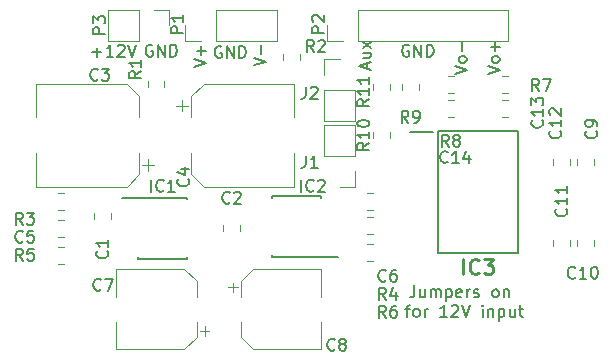
<source format=gbr>
G04 #@! TF.GenerationSoftware,KiCad,Pcbnew,(5.1.5)-2*
G04 #@! TF.CreationDate,2020-10-14T11:31:30+02:00*
G04 #@! TF.ProjectId,XLR_Driver,584c525f-4472-4697-9665-722e6b696361,rev?*
G04 #@! TF.SameCoordinates,Original*
G04 #@! TF.FileFunction,Legend,Top*
G04 #@! TF.FilePolarity,Positive*
%FSLAX46Y46*%
G04 Gerber Fmt 4.6, Leading zero omitted, Abs format (unit mm)*
G04 Created by KiCad (PCBNEW (5.1.5)-2) date 2020-10-14 11:31:30*
%MOMM*%
%LPD*%
G04 APERTURE LIST*
%ADD10C,0.150000*%
%ADD11C,0.200000*%
%ADD12C,0.120000*%
%ADD13C,0.254000*%
G04 APERTURE END LIST*
D10*
X134064904Y-64032380D02*
X134064904Y-64746666D01*
X134017285Y-64889523D01*
X133922047Y-64984761D01*
X133779190Y-65032380D01*
X133683952Y-65032380D01*
X134969666Y-64365714D02*
X134969666Y-65032380D01*
X134541095Y-64365714D02*
X134541095Y-64889523D01*
X134588714Y-64984761D01*
X134683952Y-65032380D01*
X134826809Y-65032380D01*
X134922047Y-64984761D01*
X134969666Y-64937142D01*
X135445857Y-65032380D02*
X135445857Y-64365714D01*
X135445857Y-64460952D02*
X135493476Y-64413333D01*
X135588714Y-64365714D01*
X135731571Y-64365714D01*
X135826809Y-64413333D01*
X135874428Y-64508571D01*
X135874428Y-65032380D01*
X135874428Y-64508571D02*
X135922047Y-64413333D01*
X136017285Y-64365714D01*
X136160142Y-64365714D01*
X136255380Y-64413333D01*
X136303000Y-64508571D01*
X136303000Y-65032380D01*
X136779190Y-64365714D02*
X136779190Y-65365714D01*
X136779190Y-64413333D02*
X136874428Y-64365714D01*
X137064904Y-64365714D01*
X137160142Y-64413333D01*
X137207761Y-64460952D01*
X137255380Y-64556190D01*
X137255380Y-64841904D01*
X137207761Y-64937142D01*
X137160142Y-64984761D01*
X137064904Y-65032380D01*
X136874428Y-65032380D01*
X136779190Y-64984761D01*
X138064904Y-64984761D02*
X137969666Y-65032380D01*
X137779190Y-65032380D01*
X137683952Y-64984761D01*
X137636333Y-64889523D01*
X137636333Y-64508571D01*
X137683952Y-64413333D01*
X137779190Y-64365714D01*
X137969666Y-64365714D01*
X138064904Y-64413333D01*
X138112523Y-64508571D01*
X138112523Y-64603809D01*
X137636333Y-64699047D01*
X138541095Y-65032380D02*
X138541095Y-64365714D01*
X138541095Y-64556190D02*
X138588714Y-64460952D01*
X138636333Y-64413333D01*
X138731571Y-64365714D01*
X138826809Y-64365714D01*
X139112523Y-64984761D02*
X139207761Y-65032380D01*
X139398238Y-65032380D01*
X139493476Y-64984761D01*
X139541095Y-64889523D01*
X139541095Y-64841904D01*
X139493476Y-64746666D01*
X139398238Y-64699047D01*
X139255380Y-64699047D01*
X139160142Y-64651428D01*
X139112523Y-64556190D01*
X139112523Y-64508571D01*
X139160142Y-64413333D01*
X139255380Y-64365714D01*
X139398238Y-64365714D01*
X139493476Y-64413333D01*
X140874428Y-65032380D02*
X140779190Y-64984761D01*
X140731571Y-64937142D01*
X140683952Y-64841904D01*
X140683952Y-64556190D01*
X140731571Y-64460952D01*
X140779190Y-64413333D01*
X140874428Y-64365714D01*
X141017285Y-64365714D01*
X141112523Y-64413333D01*
X141160142Y-64460952D01*
X141207761Y-64556190D01*
X141207761Y-64841904D01*
X141160142Y-64937142D01*
X141112523Y-64984761D01*
X141017285Y-65032380D01*
X140874428Y-65032380D01*
X141636333Y-64365714D02*
X141636333Y-65032380D01*
X141636333Y-64460952D02*
X141683952Y-64413333D01*
X141779190Y-64365714D01*
X141922047Y-64365714D01*
X142017285Y-64413333D01*
X142064904Y-64508571D01*
X142064904Y-65032380D01*
X133326809Y-66015714D02*
X133707761Y-66015714D01*
X133469666Y-66682380D02*
X133469666Y-65825238D01*
X133517285Y-65730000D01*
X133612523Y-65682380D01*
X133707761Y-65682380D01*
X134183952Y-66682380D02*
X134088714Y-66634761D01*
X134041095Y-66587142D01*
X133993476Y-66491904D01*
X133993476Y-66206190D01*
X134041095Y-66110952D01*
X134088714Y-66063333D01*
X134183952Y-66015714D01*
X134326809Y-66015714D01*
X134422047Y-66063333D01*
X134469666Y-66110952D01*
X134517285Y-66206190D01*
X134517285Y-66491904D01*
X134469666Y-66587142D01*
X134422047Y-66634761D01*
X134326809Y-66682380D01*
X134183952Y-66682380D01*
X134945857Y-66682380D02*
X134945857Y-66015714D01*
X134945857Y-66206190D02*
X134993476Y-66110952D01*
X135041095Y-66063333D01*
X135136333Y-66015714D01*
X135231571Y-66015714D01*
X136850619Y-66682380D02*
X136279190Y-66682380D01*
X136564904Y-66682380D02*
X136564904Y-65682380D01*
X136469666Y-65825238D01*
X136374428Y-65920476D01*
X136279190Y-65968095D01*
X137231571Y-65777619D02*
X137279190Y-65730000D01*
X137374428Y-65682380D01*
X137612523Y-65682380D01*
X137707761Y-65730000D01*
X137755380Y-65777619D01*
X137803000Y-65872857D01*
X137803000Y-65968095D01*
X137755380Y-66110952D01*
X137183952Y-66682380D01*
X137803000Y-66682380D01*
X138088714Y-65682380D02*
X138422047Y-66682380D01*
X138755380Y-65682380D01*
X139850619Y-66682380D02*
X139850619Y-66015714D01*
X139850619Y-65682380D02*
X139803000Y-65730000D01*
X139850619Y-65777619D01*
X139898238Y-65730000D01*
X139850619Y-65682380D01*
X139850619Y-65777619D01*
X140326809Y-66015714D02*
X140326809Y-66682380D01*
X140326809Y-66110952D02*
X140374428Y-66063333D01*
X140469666Y-66015714D01*
X140612523Y-66015714D01*
X140707761Y-66063333D01*
X140755380Y-66158571D01*
X140755380Y-66682380D01*
X141231571Y-66015714D02*
X141231571Y-67015714D01*
X141231571Y-66063333D02*
X141326809Y-66015714D01*
X141517285Y-66015714D01*
X141612523Y-66063333D01*
X141660142Y-66110952D01*
X141707761Y-66206190D01*
X141707761Y-66491904D01*
X141660142Y-66587142D01*
X141612523Y-66634761D01*
X141517285Y-66682380D01*
X141326809Y-66682380D01*
X141231571Y-66634761D01*
X142564904Y-66015714D02*
X142564904Y-66682380D01*
X142136333Y-66015714D02*
X142136333Y-66539523D01*
X142183952Y-66634761D01*
X142279190Y-66682380D01*
X142422047Y-66682380D01*
X142517285Y-66634761D01*
X142564904Y-66587142D01*
X142898238Y-66015714D02*
X143279190Y-66015714D01*
X143041095Y-65682380D02*
X143041095Y-66539523D01*
X143088714Y-66634761D01*
X143183952Y-66682380D01*
X143279190Y-66682380D01*
X133604095Y-43696000D02*
X133508857Y-43648380D01*
X133366000Y-43648380D01*
X133223142Y-43696000D01*
X133127904Y-43791238D01*
X133080285Y-43886476D01*
X133032666Y-44076952D01*
X133032666Y-44219809D01*
X133080285Y-44410285D01*
X133127904Y-44505523D01*
X133223142Y-44600761D01*
X133366000Y-44648380D01*
X133461238Y-44648380D01*
X133604095Y-44600761D01*
X133651714Y-44553142D01*
X133651714Y-44219809D01*
X133461238Y-44219809D01*
X134080285Y-44648380D02*
X134080285Y-43648380D01*
X134651714Y-44648380D01*
X134651714Y-43648380D01*
X135127904Y-44648380D02*
X135127904Y-43648380D01*
X135366000Y-43648380D01*
X135508857Y-43696000D01*
X135604095Y-43791238D01*
X135651714Y-43886476D01*
X135699333Y-44076952D01*
X135699333Y-44219809D01*
X135651714Y-44410285D01*
X135604095Y-44505523D01*
X135508857Y-44600761D01*
X135366000Y-44648380D01*
X135127904Y-44648380D01*
X130087666Y-45672238D02*
X130087666Y-45196047D01*
X130373380Y-45767476D02*
X129373380Y-45434142D01*
X130373380Y-45100809D01*
X129706714Y-44338904D02*
X130373380Y-44338904D01*
X129706714Y-44767476D02*
X130230523Y-44767476D01*
X130325761Y-44719857D01*
X130373380Y-44624619D01*
X130373380Y-44481761D01*
X130325761Y-44386523D01*
X130278142Y-44338904D01*
X130373380Y-43957952D02*
X129706714Y-43434142D01*
X129706714Y-43957952D02*
X130373380Y-43434142D01*
X137501380Y-46108761D02*
X138501380Y-45775428D01*
X137501380Y-45442095D01*
X138501380Y-44965904D02*
X138453761Y-45061142D01*
X138406142Y-45108761D01*
X138310904Y-45156380D01*
X138025190Y-45156380D01*
X137929952Y-45108761D01*
X137882333Y-45061142D01*
X137834714Y-44965904D01*
X137834714Y-44823047D01*
X137882333Y-44727809D01*
X137929952Y-44680190D01*
X138025190Y-44632571D01*
X138310904Y-44632571D01*
X138406142Y-44680190D01*
X138453761Y-44727809D01*
X138501380Y-44823047D01*
X138501380Y-44965904D01*
X138120428Y-44204000D02*
X138120428Y-43442095D01*
X140295380Y-46108761D02*
X141295380Y-45775428D01*
X140295380Y-45442095D01*
X141295380Y-44965904D02*
X141247761Y-45061142D01*
X141200142Y-45108761D01*
X141104904Y-45156380D01*
X140819190Y-45156380D01*
X140723952Y-45108761D01*
X140676333Y-45061142D01*
X140628714Y-44965904D01*
X140628714Y-44823047D01*
X140676333Y-44727809D01*
X140723952Y-44680190D01*
X140819190Y-44632571D01*
X141104904Y-44632571D01*
X141200142Y-44680190D01*
X141247761Y-44727809D01*
X141295380Y-44823047D01*
X141295380Y-44965904D01*
X140914428Y-44204000D02*
X140914428Y-43442095D01*
X141295380Y-43823047D02*
X140533476Y-43823047D01*
X106823095Y-44267428D02*
X107585000Y-44267428D01*
X107204047Y-44648380D02*
X107204047Y-43886476D01*
X108585000Y-44648380D02*
X108013571Y-44648380D01*
X108299285Y-44648380D02*
X108299285Y-43648380D01*
X108204047Y-43791238D01*
X108108809Y-43886476D01*
X108013571Y-43934095D01*
X108965952Y-43743619D02*
X109013571Y-43696000D01*
X109108809Y-43648380D01*
X109346904Y-43648380D01*
X109442142Y-43696000D01*
X109489761Y-43743619D01*
X109537380Y-43838857D01*
X109537380Y-43934095D01*
X109489761Y-44076952D01*
X108918333Y-44648380D01*
X109537380Y-44648380D01*
X109823095Y-43648380D02*
X110156428Y-44648380D01*
X110489761Y-43648380D01*
X111887095Y-43696000D02*
X111791857Y-43648380D01*
X111649000Y-43648380D01*
X111506142Y-43696000D01*
X111410904Y-43791238D01*
X111363285Y-43886476D01*
X111315666Y-44076952D01*
X111315666Y-44219809D01*
X111363285Y-44410285D01*
X111410904Y-44505523D01*
X111506142Y-44600761D01*
X111649000Y-44648380D01*
X111744238Y-44648380D01*
X111887095Y-44600761D01*
X111934714Y-44553142D01*
X111934714Y-44219809D01*
X111744238Y-44219809D01*
X112363285Y-44648380D02*
X112363285Y-43648380D01*
X112934714Y-44648380D01*
X112934714Y-43648380D01*
X113410904Y-44648380D02*
X113410904Y-43648380D01*
X113649000Y-43648380D01*
X113791857Y-43696000D01*
X113887095Y-43791238D01*
X113934714Y-43886476D01*
X113982333Y-44076952D01*
X113982333Y-44219809D01*
X113934714Y-44410285D01*
X113887095Y-44505523D01*
X113791857Y-44600761D01*
X113649000Y-44648380D01*
X113410904Y-44648380D01*
X117729095Y-43823000D02*
X117633857Y-43775380D01*
X117491000Y-43775380D01*
X117348142Y-43823000D01*
X117252904Y-43918238D01*
X117205285Y-44013476D01*
X117157666Y-44203952D01*
X117157666Y-44346809D01*
X117205285Y-44537285D01*
X117252904Y-44632523D01*
X117348142Y-44727761D01*
X117491000Y-44775380D01*
X117586238Y-44775380D01*
X117729095Y-44727761D01*
X117776714Y-44680142D01*
X117776714Y-44346809D01*
X117586238Y-44346809D01*
X118205285Y-44775380D02*
X118205285Y-43775380D01*
X118776714Y-44775380D01*
X118776714Y-43775380D01*
X119252904Y-44775380D02*
X119252904Y-43775380D01*
X119491000Y-43775380D01*
X119633857Y-43823000D01*
X119729095Y-43918238D01*
X119776714Y-44013476D01*
X119824333Y-44203952D01*
X119824333Y-44346809D01*
X119776714Y-44537285D01*
X119729095Y-44632523D01*
X119633857Y-44727761D01*
X119491000Y-44775380D01*
X119252904Y-44775380D01*
X120483380Y-45402380D02*
X121483380Y-45069047D01*
X120483380Y-44735714D01*
X121102428Y-44402380D02*
X121102428Y-43640476D01*
X115403380Y-45529380D02*
X116403380Y-45196047D01*
X115403380Y-44862714D01*
X116022428Y-44529380D02*
X116022428Y-43767476D01*
X116403380Y-44148428D02*
X115641476Y-44148428D01*
D11*
X133746000Y-51014000D02*
X135696000Y-51014000D01*
X136046000Y-61284000D02*
X136046000Y-50984000D01*
X142846000Y-61284000D02*
X136046000Y-61284000D01*
X142846000Y-50984000D02*
X142846000Y-61284000D01*
X136046000Y-50984000D02*
X142846000Y-50984000D01*
D12*
X108406000Y-57904748D02*
X108406000Y-58427252D01*
X106986000Y-57904748D02*
X106986000Y-58427252D01*
X117908000Y-58920748D02*
X117908000Y-59443252D01*
X119328000Y-58920748D02*
X119328000Y-59443252D01*
X104401252Y-59892000D02*
X103878748Y-59892000D01*
X104401252Y-58472000D02*
X103878748Y-58472000D01*
X130040748Y-57606000D02*
X130563252Y-57606000D01*
X130040748Y-56186000D02*
X130563252Y-56186000D01*
X147880000Y-53855252D02*
X147880000Y-53332748D01*
X149300000Y-53855252D02*
X149300000Y-53332748D01*
X149300000Y-60713252D02*
X149300000Y-60190748D01*
X147880000Y-60713252D02*
X147880000Y-60190748D01*
X145848000Y-60713252D02*
X145848000Y-60190748D01*
X147268000Y-60713252D02*
X147268000Y-60190748D01*
X147268000Y-53855252D02*
X147268000Y-53332748D01*
X145848000Y-53855252D02*
X145848000Y-53332748D01*
X141993252Y-49732000D02*
X141470748Y-49732000D01*
X141993252Y-48312000D02*
X141470748Y-48312000D01*
X137421252Y-48312000D02*
X136898748Y-48312000D01*
X137421252Y-49732000D02*
X136898748Y-49732000D01*
D10*
X110701000Y-56607000D02*
X110701000Y-56657000D01*
X114851000Y-56607000D02*
X114851000Y-56752000D01*
X114851000Y-61757000D02*
X114851000Y-61612000D01*
X110701000Y-61757000D02*
X110701000Y-61612000D01*
X110701000Y-56607000D02*
X114851000Y-56607000D01*
X110701000Y-61757000D02*
X114851000Y-61757000D01*
X110701000Y-56657000D02*
X109301000Y-56657000D01*
X126187000Y-61580000D02*
X127587000Y-61580000D01*
X126187000Y-56480000D02*
X122037000Y-56480000D01*
X126187000Y-61630000D02*
X122037000Y-61630000D01*
X126187000Y-56480000D02*
X126187000Y-56625000D01*
X122037000Y-56480000D02*
X122037000Y-56625000D01*
X122037000Y-61630000D02*
X122037000Y-61485000D01*
X126187000Y-61630000D02*
X126187000Y-61580000D01*
D12*
X129092000Y-50486000D02*
X126432000Y-50486000D01*
X129092000Y-53086000D02*
X129092000Y-50486000D01*
X126432000Y-53086000D02*
X126432000Y-50486000D01*
X129092000Y-53086000D02*
X126432000Y-53086000D01*
X129092000Y-54356000D02*
X129092000Y-55686000D01*
X129092000Y-55686000D02*
X127762000Y-55686000D01*
X126432000Y-44898000D02*
X127762000Y-44898000D01*
X126432000Y-46228000D02*
X126432000Y-44898000D01*
X126432000Y-47498000D02*
X129092000Y-47498000D01*
X129092000Y-47498000D02*
X129092000Y-50098000D01*
X126432000Y-47498000D02*
X126432000Y-50098000D01*
X126432000Y-50098000D02*
X129092000Y-50098000D01*
X122410000Y-43330000D02*
X122410000Y-40670000D01*
X117270000Y-43330000D02*
X122410000Y-43330000D01*
X117270000Y-40670000D02*
X122410000Y-40670000D01*
X117270000Y-43330000D02*
X117270000Y-40670000D01*
X116000000Y-43330000D02*
X114670000Y-43330000D01*
X114670000Y-43330000D02*
X114670000Y-42000000D01*
X142030000Y-43330000D02*
X142030000Y-40670000D01*
X129270000Y-43330000D02*
X142030000Y-43330000D01*
X129270000Y-40670000D02*
X142030000Y-40670000D01*
X129270000Y-43330000D02*
X129270000Y-40670000D01*
X128000000Y-43330000D02*
X126670000Y-43330000D01*
X126670000Y-43330000D02*
X126670000Y-42000000D01*
X108130000Y-40670000D02*
X108130000Y-43330000D01*
X110730000Y-40670000D02*
X108130000Y-40670000D01*
X110730000Y-43330000D02*
X108130000Y-43330000D01*
X110730000Y-40670000D02*
X110730000Y-43330000D01*
X112000000Y-40670000D02*
X113330000Y-40670000D01*
X113330000Y-40670000D02*
X113330000Y-42000000D01*
X112910000Y-46728748D02*
X112910000Y-47251252D01*
X111490000Y-46728748D02*
X111490000Y-47251252D01*
X122988000Y-44442748D02*
X122988000Y-44965252D01*
X124408000Y-44442748D02*
X124408000Y-44965252D01*
X104392252Y-57606000D02*
X103869748Y-57606000D01*
X104392252Y-56186000D02*
X103869748Y-56186000D01*
X130554252Y-58218000D02*
X130031748Y-58218000D01*
X130554252Y-59638000D02*
X130031748Y-59638000D01*
X103878748Y-60758000D02*
X104401252Y-60758000D01*
X103878748Y-62178000D02*
X104401252Y-62178000D01*
X130040748Y-61924000D02*
X130563252Y-61924000D01*
X130040748Y-60504000D02*
X130563252Y-60504000D01*
X141993252Y-47700000D02*
X141470748Y-47700000D01*
X141993252Y-46280000D02*
X141470748Y-46280000D01*
X137421252Y-46280000D02*
X136898748Y-46280000D01*
X137421252Y-47700000D02*
X136898748Y-47700000D01*
X132028000Y-51046748D02*
X132028000Y-51569252D01*
X130608000Y-51046748D02*
X130608000Y-51569252D01*
X132028000Y-47505252D02*
X132028000Y-46982748D01*
X130608000Y-47505252D02*
X130608000Y-46982748D01*
X102066000Y-46948000D02*
X102066000Y-49798000D01*
X102066000Y-55668000D02*
X102066000Y-52818000D01*
X109721563Y-55668000D02*
X102066000Y-55668000D01*
X109721563Y-46948000D02*
X102066000Y-46948000D01*
X110786000Y-48012437D02*
X110786000Y-49798000D01*
X110786000Y-54603563D02*
X110786000Y-52818000D01*
X110786000Y-54603563D02*
X109721563Y-55668000D01*
X110786000Y-48012437D02*
X109721563Y-46948000D01*
X112026000Y-53818000D02*
X111026000Y-53818000D01*
X111526000Y-54318000D02*
X111526000Y-53318000D01*
X114424000Y-48298000D02*
X114424000Y-49298000D01*
X113924000Y-48798000D02*
X114924000Y-48798000D01*
X115164000Y-54603563D02*
X116228437Y-55668000D01*
X115164000Y-48012437D02*
X116228437Y-46948000D01*
X115164000Y-48012437D02*
X115164000Y-49798000D01*
X115164000Y-54603563D02*
X115164000Y-52818000D01*
X116228437Y-55668000D02*
X123884000Y-55668000D01*
X116228437Y-46948000D02*
X123884000Y-46948000D01*
X123884000Y-46948000D02*
X123884000Y-49798000D01*
X123884000Y-55668000D02*
X123884000Y-52818000D01*
X116311750Y-68281250D02*
X116311750Y-67493750D01*
X116705500Y-67887500D02*
X115918000Y-67887500D01*
X115678000Y-63694437D02*
X114613563Y-62630000D01*
X115678000Y-68385563D02*
X114613563Y-69450000D01*
X115678000Y-68385563D02*
X115678000Y-67100000D01*
X115678000Y-63694437D02*
X115678000Y-64980000D01*
X114613563Y-62630000D02*
X108858000Y-62630000D01*
X114613563Y-69450000D02*
X108858000Y-69450000D01*
X108858000Y-69450000D02*
X108858000Y-67100000D01*
X108858000Y-62630000D02*
X108858000Y-64980000D01*
X126186000Y-69450000D02*
X126186000Y-67100000D01*
X126186000Y-62630000D02*
X126186000Y-64980000D01*
X120430437Y-62630000D02*
X126186000Y-62630000D01*
X120430437Y-69450000D02*
X126186000Y-69450000D01*
X119366000Y-68385563D02*
X119366000Y-67100000D01*
X119366000Y-63694437D02*
X119366000Y-64980000D01*
X119366000Y-63694437D02*
X120430437Y-62630000D01*
X119366000Y-68385563D02*
X120430437Y-69450000D01*
X118338500Y-64192500D02*
X119126000Y-64192500D01*
X118732250Y-63798750D02*
X118732250Y-64586250D01*
X133021000Y-47505252D02*
X133021000Y-46982748D01*
X134441000Y-47505252D02*
X134441000Y-46982748D01*
D13*
X138206238Y-63058523D02*
X138206238Y-61788523D01*
X139536714Y-62937571D02*
X139476238Y-62998047D01*
X139294809Y-63058523D01*
X139173857Y-63058523D01*
X138992428Y-62998047D01*
X138871476Y-62877095D01*
X138811000Y-62756142D01*
X138750523Y-62514238D01*
X138750523Y-62332809D01*
X138811000Y-62090904D01*
X138871476Y-61969952D01*
X138992428Y-61849000D01*
X139173857Y-61788523D01*
X139294809Y-61788523D01*
X139476238Y-61849000D01*
X139536714Y-61909476D01*
X139960047Y-61788523D02*
X140746238Y-61788523D01*
X140322904Y-62272333D01*
X140504333Y-62272333D01*
X140625285Y-62332809D01*
X140685761Y-62393285D01*
X140746238Y-62514238D01*
X140746238Y-62816619D01*
X140685761Y-62937571D01*
X140625285Y-62998047D01*
X140504333Y-63058523D01*
X140141476Y-63058523D01*
X140020523Y-62998047D01*
X139960047Y-62937571D01*
D10*
X108053142Y-61126666D02*
X108100761Y-61174285D01*
X108148380Y-61317142D01*
X108148380Y-61412380D01*
X108100761Y-61555238D01*
X108005523Y-61650476D01*
X107910285Y-61698095D01*
X107719809Y-61745714D01*
X107576952Y-61745714D01*
X107386476Y-61698095D01*
X107291238Y-61650476D01*
X107196000Y-61555238D01*
X107148380Y-61412380D01*
X107148380Y-61317142D01*
X107196000Y-61174285D01*
X107243619Y-61126666D01*
X108148380Y-60174285D02*
X108148380Y-60745714D01*
X108148380Y-60460000D02*
X107148380Y-60460000D01*
X107291238Y-60555238D01*
X107386476Y-60650476D01*
X107434095Y-60745714D01*
X118451333Y-56999142D02*
X118403714Y-57046761D01*
X118260857Y-57094380D01*
X118165619Y-57094380D01*
X118022761Y-57046761D01*
X117927523Y-56951523D01*
X117879904Y-56856285D01*
X117832285Y-56665809D01*
X117832285Y-56522952D01*
X117879904Y-56332476D01*
X117927523Y-56237238D01*
X118022761Y-56142000D01*
X118165619Y-56094380D01*
X118260857Y-56094380D01*
X118403714Y-56142000D01*
X118451333Y-56189619D01*
X118832285Y-56189619D02*
X118879904Y-56142000D01*
X118975142Y-56094380D01*
X119213238Y-56094380D01*
X119308476Y-56142000D01*
X119356095Y-56189619D01*
X119403714Y-56284857D01*
X119403714Y-56380095D01*
X119356095Y-56522952D01*
X118784666Y-57094380D01*
X119403714Y-57094380D01*
X100925333Y-60301142D02*
X100877714Y-60348761D01*
X100734857Y-60396380D01*
X100639619Y-60396380D01*
X100496761Y-60348761D01*
X100401523Y-60253523D01*
X100353904Y-60158285D01*
X100306285Y-59967809D01*
X100306285Y-59824952D01*
X100353904Y-59634476D01*
X100401523Y-59539238D01*
X100496761Y-59444000D01*
X100639619Y-59396380D01*
X100734857Y-59396380D01*
X100877714Y-59444000D01*
X100925333Y-59491619D01*
X101830095Y-59396380D02*
X101353904Y-59396380D01*
X101306285Y-59872571D01*
X101353904Y-59824952D01*
X101449142Y-59777333D01*
X101687238Y-59777333D01*
X101782476Y-59824952D01*
X101830095Y-59872571D01*
X101877714Y-59967809D01*
X101877714Y-60205904D01*
X101830095Y-60301142D01*
X101782476Y-60348761D01*
X101687238Y-60396380D01*
X101449142Y-60396380D01*
X101353904Y-60348761D01*
X101306285Y-60301142D01*
X131659333Y-63603142D02*
X131611714Y-63650761D01*
X131468857Y-63698380D01*
X131373619Y-63698380D01*
X131230761Y-63650761D01*
X131135523Y-63555523D01*
X131087904Y-63460285D01*
X131040285Y-63269809D01*
X131040285Y-63126952D01*
X131087904Y-62936476D01*
X131135523Y-62841238D01*
X131230761Y-62746000D01*
X131373619Y-62698380D01*
X131468857Y-62698380D01*
X131611714Y-62746000D01*
X131659333Y-62793619D01*
X132516476Y-62698380D02*
X132326000Y-62698380D01*
X132230761Y-62746000D01*
X132183142Y-62793619D01*
X132087904Y-62936476D01*
X132040285Y-63126952D01*
X132040285Y-63507904D01*
X132087904Y-63603142D01*
X132135523Y-63650761D01*
X132230761Y-63698380D01*
X132421238Y-63698380D01*
X132516476Y-63650761D01*
X132564095Y-63603142D01*
X132611714Y-63507904D01*
X132611714Y-63269809D01*
X132564095Y-63174571D01*
X132516476Y-63126952D01*
X132421238Y-63079333D01*
X132230761Y-63079333D01*
X132135523Y-63126952D01*
X132087904Y-63174571D01*
X132040285Y-63269809D01*
X149455142Y-50966666D02*
X149502761Y-51014285D01*
X149550380Y-51157142D01*
X149550380Y-51252380D01*
X149502761Y-51395238D01*
X149407523Y-51490476D01*
X149312285Y-51538095D01*
X149121809Y-51585714D01*
X148978952Y-51585714D01*
X148788476Y-51538095D01*
X148693238Y-51490476D01*
X148598000Y-51395238D01*
X148550380Y-51252380D01*
X148550380Y-51157142D01*
X148598000Y-51014285D01*
X148645619Y-50966666D01*
X149550380Y-50490476D02*
X149550380Y-50300000D01*
X149502761Y-50204761D01*
X149455142Y-50157142D01*
X149312285Y-50061904D01*
X149121809Y-50014285D01*
X148740857Y-50014285D01*
X148645619Y-50061904D01*
X148598000Y-50109523D01*
X148550380Y-50204761D01*
X148550380Y-50395238D01*
X148598000Y-50490476D01*
X148645619Y-50538095D01*
X148740857Y-50585714D01*
X148978952Y-50585714D01*
X149074190Y-50538095D01*
X149121809Y-50490476D01*
X149169428Y-50395238D01*
X149169428Y-50204761D01*
X149121809Y-50109523D01*
X149074190Y-50061904D01*
X148978952Y-50014285D01*
X147693142Y-63349142D02*
X147645523Y-63396761D01*
X147502666Y-63444380D01*
X147407428Y-63444380D01*
X147264571Y-63396761D01*
X147169333Y-63301523D01*
X147121714Y-63206285D01*
X147074095Y-63015809D01*
X147074095Y-62872952D01*
X147121714Y-62682476D01*
X147169333Y-62587238D01*
X147264571Y-62492000D01*
X147407428Y-62444380D01*
X147502666Y-62444380D01*
X147645523Y-62492000D01*
X147693142Y-62539619D01*
X148645523Y-63444380D02*
X148074095Y-63444380D01*
X148359809Y-63444380D02*
X148359809Y-62444380D01*
X148264571Y-62587238D01*
X148169333Y-62682476D01*
X148074095Y-62730095D01*
X149264571Y-62444380D02*
X149359809Y-62444380D01*
X149455047Y-62492000D01*
X149502666Y-62539619D01*
X149550285Y-62634857D01*
X149597904Y-62825333D01*
X149597904Y-63063428D01*
X149550285Y-63253904D01*
X149502666Y-63349142D01*
X149455047Y-63396761D01*
X149359809Y-63444380D01*
X149264571Y-63444380D01*
X149169333Y-63396761D01*
X149121714Y-63349142D01*
X149074095Y-63253904D01*
X149026476Y-63063428D01*
X149026476Y-62825333D01*
X149074095Y-62634857D01*
X149121714Y-62539619D01*
X149169333Y-62492000D01*
X149264571Y-62444380D01*
X146915142Y-57538857D02*
X146962761Y-57586476D01*
X147010380Y-57729333D01*
X147010380Y-57824571D01*
X146962761Y-57967428D01*
X146867523Y-58062666D01*
X146772285Y-58110285D01*
X146581809Y-58157904D01*
X146438952Y-58157904D01*
X146248476Y-58110285D01*
X146153238Y-58062666D01*
X146058000Y-57967428D01*
X146010380Y-57824571D01*
X146010380Y-57729333D01*
X146058000Y-57586476D01*
X146105619Y-57538857D01*
X147010380Y-56586476D02*
X147010380Y-57157904D01*
X147010380Y-56872190D02*
X146010380Y-56872190D01*
X146153238Y-56967428D01*
X146248476Y-57062666D01*
X146296095Y-57157904D01*
X147010380Y-55634095D02*
X147010380Y-56205523D01*
X147010380Y-55919809D02*
X146010380Y-55919809D01*
X146153238Y-56015047D01*
X146248476Y-56110285D01*
X146296095Y-56205523D01*
X146407142Y-50934857D02*
X146454761Y-50982476D01*
X146502380Y-51125333D01*
X146502380Y-51220571D01*
X146454761Y-51363428D01*
X146359523Y-51458666D01*
X146264285Y-51506285D01*
X146073809Y-51553904D01*
X145930952Y-51553904D01*
X145740476Y-51506285D01*
X145645238Y-51458666D01*
X145550000Y-51363428D01*
X145502380Y-51220571D01*
X145502380Y-51125333D01*
X145550000Y-50982476D01*
X145597619Y-50934857D01*
X146502380Y-49982476D02*
X146502380Y-50553904D01*
X146502380Y-50268190D02*
X145502380Y-50268190D01*
X145645238Y-50363428D01*
X145740476Y-50458666D01*
X145788095Y-50553904D01*
X145597619Y-49601523D02*
X145550000Y-49553904D01*
X145502380Y-49458666D01*
X145502380Y-49220571D01*
X145550000Y-49125333D01*
X145597619Y-49077714D01*
X145692857Y-49030095D01*
X145788095Y-49030095D01*
X145930952Y-49077714D01*
X146502380Y-49649142D01*
X146502380Y-49030095D01*
X144883142Y-50045857D02*
X144930761Y-50093476D01*
X144978380Y-50236333D01*
X144978380Y-50331571D01*
X144930761Y-50474428D01*
X144835523Y-50569666D01*
X144740285Y-50617285D01*
X144549809Y-50664904D01*
X144406952Y-50664904D01*
X144216476Y-50617285D01*
X144121238Y-50569666D01*
X144026000Y-50474428D01*
X143978380Y-50331571D01*
X143978380Y-50236333D01*
X144026000Y-50093476D01*
X144073619Y-50045857D01*
X144978380Y-49093476D02*
X144978380Y-49664904D01*
X144978380Y-49379190D02*
X143978380Y-49379190D01*
X144121238Y-49474428D01*
X144216476Y-49569666D01*
X144264095Y-49664904D01*
X143978380Y-48760142D02*
X143978380Y-48141095D01*
X144359333Y-48474428D01*
X144359333Y-48331571D01*
X144406952Y-48236333D01*
X144454571Y-48188714D01*
X144549809Y-48141095D01*
X144787904Y-48141095D01*
X144883142Y-48188714D01*
X144930761Y-48236333D01*
X144978380Y-48331571D01*
X144978380Y-48617285D01*
X144930761Y-48712523D01*
X144883142Y-48760142D01*
X136898142Y-53570142D02*
X136850523Y-53617761D01*
X136707666Y-53665380D01*
X136612428Y-53665380D01*
X136469571Y-53617761D01*
X136374333Y-53522523D01*
X136326714Y-53427285D01*
X136279095Y-53236809D01*
X136279095Y-53093952D01*
X136326714Y-52903476D01*
X136374333Y-52808238D01*
X136469571Y-52713000D01*
X136612428Y-52665380D01*
X136707666Y-52665380D01*
X136850523Y-52713000D01*
X136898142Y-52760619D01*
X137850523Y-53665380D02*
X137279095Y-53665380D01*
X137564809Y-53665380D02*
X137564809Y-52665380D01*
X137469571Y-52808238D01*
X137374333Y-52903476D01*
X137279095Y-52951095D01*
X138707666Y-52998714D02*
X138707666Y-53665380D01*
X138469571Y-52617761D02*
X138231476Y-53332047D01*
X138850523Y-53332047D01*
X111799809Y-56078380D02*
X111799809Y-55078380D01*
X112847428Y-55983142D02*
X112799809Y-56030761D01*
X112656952Y-56078380D01*
X112561714Y-56078380D01*
X112418857Y-56030761D01*
X112323619Y-55935523D01*
X112276000Y-55840285D01*
X112228380Y-55649809D01*
X112228380Y-55506952D01*
X112276000Y-55316476D01*
X112323619Y-55221238D01*
X112418857Y-55126000D01*
X112561714Y-55078380D01*
X112656952Y-55078380D01*
X112799809Y-55126000D01*
X112847428Y-55173619D01*
X113799809Y-56078380D02*
X113228380Y-56078380D01*
X113514095Y-56078380D02*
X113514095Y-55078380D01*
X113418857Y-55221238D01*
X113323619Y-55316476D01*
X113228380Y-55364095D01*
X124499809Y-56078380D02*
X124499809Y-55078380D01*
X125547428Y-55983142D02*
X125499809Y-56030761D01*
X125356952Y-56078380D01*
X125261714Y-56078380D01*
X125118857Y-56030761D01*
X125023619Y-55935523D01*
X124976000Y-55840285D01*
X124928380Y-55649809D01*
X124928380Y-55506952D01*
X124976000Y-55316476D01*
X125023619Y-55221238D01*
X125118857Y-55126000D01*
X125261714Y-55078380D01*
X125356952Y-55078380D01*
X125499809Y-55126000D01*
X125547428Y-55173619D01*
X125928380Y-55173619D02*
X125976000Y-55126000D01*
X126071238Y-55078380D01*
X126309333Y-55078380D01*
X126404571Y-55126000D01*
X126452190Y-55173619D01*
X126499809Y-55268857D01*
X126499809Y-55364095D01*
X126452190Y-55506952D01*
X125880761Y-56078380D01*
X126499809Y-56078380D01*
X124888666Y-53046380D02*
X124888666Y-53760666D01*
X124841047Y-53903523D01*
X124745809Y-53998761D01*
X124602952Y-54046380D01*
X124507714Y-54046380D01*
X125888666Y-54046380D02*
X125317238Y-54046380D01*
X125602952Y-54046380D02*
X125602952Y-53046380D01*
X125507714Y-53189238D01*
X125412476Y-53284476D01*
X125317238Y-53332095D01*
X124888666Y-47204380D02*
X124888666Y-47918666D01*
X124841047Y-48061523D01*
X124745809Y-48156761D01*
X124602952Y-48204380D01*
X124507714Y-48204380D01*
X125317238Y-47299619D02*
X125364857Y-47252000D01*
X125460095Y-47204380D01*
X125698190Y-47204380D01*
X125793428Y-47252000D01*
X125841047Y-47299619D01*
X125888666Y-47394857D01*
X125888666Y-47490095D01*
X125841047Y-47632952D01*
X125269619Y-48204380D01*
X125888666Y-48204380D01*
X114498380Y-42648095D02*
X113498380Y-42648095D01*
X113498380Y-42267142D01*
X113546000Y-42171904D01*
X113593619Y-42124285D01*
X113688857Y-42076666D01*
X113831714Y-42076666D01*
X113926952Y-42124285D01*
X113974571Y-42171904D01*
X114022190Y-42267142D01*
X114022190Y-42648095D01*
X114498380Y-41124285D02*
X114498380Y-41695714D01*
X114498380Y-41410000D02*
X113498380Y-41410000D01*
X113641238Y-41505238D01*
X113736476Y-41600476D01*
X113784095Y-41695714D01*
X126436380Y-42648095D02*
X125436380Y-42648095D01*
X125436380Y-42267142D01*
X125484000Y-42171904D01*
X125531619Y-42124285D01*
X125626857Y-42076666D01*
X125769714Y-42076666D01*
X125864952Y-42124285D01*
X125912571Y-42171904D01*
X125960190Y-42267142D01*
X125960190Y-42648095D01*
X125531619Y-41695714D02*
X125484000Y-41648095D01*
X125436380Y-41552857D01*
X125436380Y-41314761D01*
X125484000Y-41219523D01*
X125531619Y-41171904D01*
X125626857Y-41124285D01*
X125722095Y-41124285D01*
X125864952Y-41171904D01*
X126436380Y-41743333D01*
X126436380Y-41124285D01*
X107894380Y-42738095D02*
X106894380Y-42738095D01*
X106894380Y-42357142D01*
X106942000Y-42261904D01*
X106989619Y-42214285D01*
X107084857Y-42166666D01*
X107227714Y-42166666D01*
X107322952Y-42214285D01*
X107370571Y-42261904D01*
X107418190Y-42357142D01*
X107418190Y-42738095D01*
X106894380Y-41833333D02*
X106894380Y-41214285D01*
X107275333Y-41547619D01*
X107275333Y-41404761D01*
X107322952Y-41309523D01*
X107370571Y-41261904D01*
X107465809Y-41214285D01*
X107703904Y-41214285D01*
X107799142Y-41261904D01*
X107846761Y-41309523D01*
X107894380Y-41404761D01*
X107894380Y-41690476D01*
X107846761Y-41785714D01*
X107799142Y-41833333D01*
X110942380Y-45886666D02*
X110466190Y-46220000D01*
X110942380Y-46458095D02*
X109942380Y-46458095D01*
X109942380Y-46077142D01*
X109990000Y-45981904D01*
X110037619Y-45934285D01*
X110132857Y-45886666D01*
X110275714Y-45886666D01*
X110370952Y-45934285D01*
X110418571Y-45981904D01*
X110466190Y-46077142D01*
X110466190Y-46458095D01*
X110942380Y-44934285D02*
X110942380Y-45505714D01*
X110942380Y-45220000D02*
X109942380Y-45220000D01*
X110085238Y-45315238D01*
X110180476Y-45410476D01*
X110228095Y-45505714D01*
X125563333Y-44267380D02*
X125230000Y-43791190D01*
X124991904Y-44267380D02*
X124991904Y-43267380D01*
X125372857Y-43267380D01*
X125468095Y-43315000D01*
X125515714Y-43362619D01*
X125563333Y-43457857D01*
X125563333Y-43600714D01*
X125515714Y-43695952D01*
X125468095Y-43743571D01*
X125372857Y-43791190D01*
X124991904Y-43791190D01*
X125944285Y-43362619D02*
X125991904Y-43315000D01*
X126087142Y-43267380D01*
X126325238Y-43267380D01*
X126420476Y-43315000D01*
X126468095Y-43362619D01*
X126515714Y-43457857D01*
X126515714Y-43553095D01*
X126468095Y-43695952D01*
X125896666Y-44267380D01*
X126515714Y-44267380D01*
X100925333Y-58872380D02*
X100592000Y-58396190D01*
X100353904Y-58872380D02*
X100353904Y-57872380D01*
X100734857Y-57872380D01*
X100830095Y-57920000D01*
X100877714Y-57967619D01*
X100925333Y-58062857D01*
X100925333Y-58205714D01*
X100877714Y-58300952D01*
X100830095Y-58348571D01*
X100734857Y-58396190D01*
X100353904Y-58396190D01*
X101258666Y-57872380D02*
X101877714Y-57872380D01*
X101544380Y-58253333D01*
X101687238Y-58253333D01*
X101782476Y-58300952D01*
X101830095Y-58348571D01*
X101877714Y-58443809D01*
X101877714Y-58681904D01*
X101830095Y-58777142D01*
X101782476Y-58824761D01*
X101687238Y-58872380D01*
X101401523Y-58872380D01*
X101306285Y-58824761D01*
X101258666Y-58777142D01*
X131659333Y-65222380D02*
X131326000Y-64746190D01*
X131087904Y-65222380D02*
X131087904Y-64222380D01*
X131468857Y-64222380D01*
X131564095Y-64270000D01*
X131611714Y-64317619D01*
X131659333Y-64412857D01*
X131659333Y-64555714D01*
X131611714Y-64650952D01*
X131564095Y-64698571D01*
X131468857Y-64746190D01*
X131087904Y-64746190D01*
X132516476Y-64555714D02*
X132516476Y-65222380D01*
X132278380Y-64174761D02*
X132040285Y-64889047D01*
X132659333Y-64889047D01*
X100934333Y-61920380D02*
X100601000Y-61444190D01*
X100362904Y-61920380D02*
X100362904Y-60920380D01*
X100743857Y-60920380D01*
X100839095Y-60968000D01*
X100886714Y-61015619D01*
X100934333Y-61110857D01*
X100934333Y-61253714D01*
X100886714Y-61348952D01*
X100839095Y-61396571D01*
X100743857Y-61444190D01*
X100362904Y-61444190D01*
X101839095Y-60920380D02*
X101362904Y-60920380D01*
X101315285Y-61396571D01*
X101362904Y-61348952D01*
X101458142Y-61301333D01*
X101696238Y-61301333D01*
X101791476Y-61348952D01*
X101839095Y-61396571D01*
X101886714Y-61491809D01*
X101886714Y-61729904D01*
X101839095Y-61825142D01*
X101791476Y-61872761D01*
X101696238Y-61920380D01*
X101458142Y-61920380D01*
X101362904Y-61872761D01*
X101315285Y-61825142D01*
X131659333Y-66746380D02*
X131326000Y-66270190D01*
X131087904Y-66746380D02*
X131087904Y-65746380D01*
X131468857Y-65746380D01*
X131564095Y-65794000D01*
X131611714Y-65841619D01*
X131659333Y-65936857D01*
X131659333Y-66079714D01*
X131611714Y-66174952D01*
X131564095Y-66222571D01*
X131468857Y-66270190D01*
X131087904Y-66270190D01*
X132516476Y-65746380D02*
X132326000Y-65746380D01*
X132230761Y-65794000D01*
X132183142Y-65841619D01*
X132087904Y-65984476D01*
X132040285Y-66174952D01*
X132040285Y-66555904D01*
X132087904Y-66651142D01*
X132135523Y-66698761D01*
X132230761Y-66746380D01*
X132421238Y-66746380D01*
X132516476Y-66698761D01*
X132564095Y-66651142D01*
X132611714Y-66555904D01*
X132611714Y-66317809D01*
X132564095Y-66222571D01*
X132516476Y-66174952D01*
X132421238Y-66127333D01*
X132230761Y-66127333D01*
X132135523Y-66174952D01*
X132087904Y-66222571D01*
X132040285Y-66317809D01*
X144613333Y-47569380D02*
X144280000Y-47093190D01*
X144041904Y-47569380D02*
X144041904Y-46569380D01*
X144422857Y-46569380D01*
X144518095Y-46617000D01*
X144565714Y-46664619D01*
X144613333Y-46759857D01*
X144613333Y-46902714D01*
X144565714Y-46997952D01*
X144518095Y-47045571D01*
X144422857Y-47093190D01*
X144041904Y-47093190D01*
X144946666Y-46569380D02*
X145613333Y-46569380D01*
X145184761Y-47569380D01*
X136993333Y-52268380D02*
X136660000Y-51792190D01*
X136421904Y-52268380D02*
X136421904Y-51268380D01*
X136802857Y-51268380D01*
X136898095Y-51316000D01*
X136945714Y-51363619D01*
X136993333Y-51458857D01*
X136993333Y-51601714D01*
X136945714Y-51696952D01*
X136898095Y-51744571D01*
X136802857Y-51792190D01*
X136421904Y-51792190D01*
X137564761Y-51696952D02*
X137469523Y-51649333D01*
X137421904Y-51601714D01*
X137374285Y-51506476D01*
X137374285Y-51458857D01*
X137421904Y-51363619D01*
X137469523Y-51316000D01*
X137564761Y-51268380D01*
X137755238Y-51268380D01*
X137850476Y-51316000D01*
X137898095Y-51363619D01*
X137945714Y-51458857D01*
X137945714Y-51506476D01*
X137898095Y-51601714D01*
X137850476Y-51649333D01*
X137755238Y-51696952D01*
X137564761Y-51696952D01*
X137469523Y-51744571D01*
X137421904Y-51792190D01*
X137374285Y-51887428D01*
X137374285Y-52077904D01*
X137421904Y-52173142D01*
X137469523Y-52220761D01*
X137564761Y-52268380D01*
X137755238Y-52268380D01*
X137850476Y-52220761D01*
X137898095Y-52173142D01*
X137945714Y-52077904D01*
X137945714Y-51887428D01*
X137898095Y-51792190D01*
X137850476Y-51744571D01*
X137755238Y-51696952D01*
X130246380Y-51950857D02*
X129770190Y-52284190D01*
X130246380Y-52522285D02*
X129246380Y-52522285D01*
X129246380Y-52141333D01*
X129294000Y-52046095D01*
X129341619Y-51998476D01*
X129436857Y-51950857D01*
X129579714Y-51950857D01*
X129674952Y-51998476D01*
X129722571Y-52046095D01*
X129770190Y-52141333D01*
X129770190Y-52522285D01*
X130246380Y-50998476D02*
X130246380Y-51569904D01*
X130246380Y-51284190D02*
X129246380Y-51284190D01*
X129389238Y-51379428D01*
X129484476Y-51474666D01*
X129532095Y-51569904D01*
X129246380Y-50379428D02*
X129246380Y-50284190D01*
X129294000Y-50188952D01*
X129341619Y-50141333D01*
X129436857Y-50093714D01*
X129627333Y-50046095D01*
X129865428Y-50046095D01*
X130055904Y-50093714D01*
X130151142Y-50141333D01*
X130198761Y-50188952D01*
X130246380Y-50284190D01*
X130246380Y-50379428D01*
X130198761Y-50474666D01*
X130151142Y-50522285D01*
X130055904Y-50569904D01*
X129865428Y-50617523D01*
X129627333Y-50617523D01*
X129436857Y-50569904D01*
X129341619Y-50522285D01*
X129294000Y-50474666D01*
X129246380Y-50379428D01*
X130246380Y-48267857D02*
X129770190Y-48601190D01*
X130246380Y-48839285D02*
X129246380Y-48839285D01*
X129246380Y-48458333D01*
X129294000Y-48363095D01*
X129341619Y-48315476D01*
X129436857Y-48267857D01*
X129579714Y-48267857D01*
X129674952Y-48315476D01*
X129722571Y-48363095D01*
X129770190Y-48458333D01*
X129770190Y-48839285D01*
X130246380Y-47315476D02*
X130246380Y-47886904D01*
X130246380Y-47601190D02*
X129246380Y-47601190D01*
X129389238Y-47696428D01*
X129484476Y-47791666D01*
X129532095Y-47886904D01*
X130246380Y-46363095D02*
X130246380Y-46934523D01*
X130246380Y-46648809D02*
X129246380Y-46648809D01*
X129389238Y-46744047D01*
X129484476Y-46839285D01*
X129532095Y-46934523D01*
X107275333Y-46585142D02*
X107227714Y-46632761D01*
X107084857Y-46680380D01*
X106989619Y-46680380D01*
X106846761Y-46632761D01*
X106751523Y-46537523D01*
X106703904Y-46442285D01*
X106656285Y-46251809D01*
X106656285Y-46108952D01*
X106703904Y-45918476D01*
X106751523Y-45823238D01*
X106846761Y-45728000D01*
X106989619Y-45680380D01*
X107084857Y-45680380D01*
X107227714Y-45728000D01*
X107275333Y-45775619D01*
X107608666Y-45680380D02*
X108227714Y-45680380D01*
X107894380Y-46061333D01*
X108037238Y-46061333D01*
X108132476Y-46108952D01*
X108180095Y-46156571D01*
X108227714Y-46251809D01*
X108227714Y-46489904D01*
X108180095Y-46585142D01*
X108132476Y-46632761D01*
X108037238Y-46680380D01*
X107751523Y-46680380D01*
X107656285Y-46632761D01*
X107608666Y-46585142D01*
X114911142Y-55030666D02*
X114958761Y-55078285D01*
X115006380Y-55221142D01*
X115006380Y-55316380D01*
X114958761Y-55459238D01*
X114863523Y-55554476D01*
X114768285Y-55602095D01*
X114577809Y-55649714D01*
X114434952Y-55649714D01*
X114244476Y-55602095D01*
X114149238Y-55554476D01*
X114054000Y-55459238D01*
X114006380Y-55316380D01*
X114006380Y-55221142D01*
X114054000Y-55078285D01*
X114101619Y-55030666D01*
X114339714Y-54173523D02*
X115006380Y-54173523D01*
X113958761Y-54411619D02*
X114673047Y-54649714D01*
X114673047Y-54030666D01*
X107529333Y-64365142D02*
X107481714Y-64412761D01*
X107338857Y-64460380D01*
X107243619Y-64460380D01*
X107100761Y-64412761D01*
X107005523Y-64317523D01*
X106957904Y-64222285D01*
X106910285Y-64031809D01*
X106910285Y-63888952D01*
X106957904Y-63698476D01*
X107005523Y-63603238D01*
X107100761Y-63508000D01*
X107243619Y-63460380D01*
X107338857Y-63460380D01*
X107481714Y-63508000D01*
X107529333Y-63555619D01*
X107862666Y-63460380D02*
X108529333Y-63460380D01*
X108100761Y-64460380D01*
X127341333Y-69445142D02*
X127293714Y-69492761D01*
X127150857Y-69540380D01*
X127055619Y-69540380D01*
X126912761Y-69492761D01*
X126817523Y-69397523D01*
X126769904Y-69302285D01*
X126722285Y-69111809D01*
X126722285Y-68968952D01*
X126769904Y-68778476D01*
X126817523Y-68683238D01*
X126912761Y-68588000D01*
X127055619Y-68540380D01*
X127150857Y-68540380D01*
X127293714Y-68588000D01*
X127341333Y-68635619D01*
X127912761Y-68968952D02*
X127817523Y-68921333D01*
X127769904Y-68873714D01*
X127722285Y-68778476D01*
X127722285Y-68730857D01*
X127769904Y-68635619D01*
X127817523Y-68588000D01*
X127912761Y-68540380D01*
X128103238Y-68540380D01*
X128198476Y-68588000D01*
X128246095Y-68635619D01*
X128293714Y-68730857D01*
X128293714Y-68778476D01*
X128246095Y-68873714D01*
X128198476Y-68921333D01*
X128103238Y-68968952D01*
X127912761Y-68968952D01*
X127817523Y-69016571D01*
X127769904Y-69064190D01*
X127722285Y-69159428D01*
X127722285Y-69349904D01*
X127769904Y-69445142D01*
X127817523Y-69492761D01*
X127912761Y-69540380D01*
X128103238Y-69540380D01*
X128198476Y-69492761D01*
X128246095Y-69445142D01*
X128293714Y-69349904D01*
X128293714Y-69159428D01*
X128246095Y-69064190D01*
X128198476Y-69016571D01*
X128103238Y-68968952D01*
X133564333Y-50236380D02*
X133231000Y-49760190D01*
X132992904Y-50236380D02*
X132992904Y-49236380D01*
X133373857Y-49236380D01*
X133469095Y-49284000D01*
X133516714Y-49331619D01*
X133564333Y-49426857D01*
X133564333Y-49569714D01*
X133516714Y-49664952D01*
X133469095Y-49712571D01*
X133373857Y-49760190D01*
X132992904Y-49760190D01*
X134040523Y-50236380D02*
X134231000Y-50236380D01*
X134326238Y-50188761D01*
X134373857Y-50141142D01*
X134469095Y-49998285D01*
X134516714Y-49807809D01*
X134516714Y-49426857D01*
X134469095Y-49331619D01*
X134421476Y-49284000D01*
X134326238Y-49236380D01*
X134135761Y-49236380D01*
X134040523Y-49284000D01*
X133992904Y-49331619D01*
X133945285Y-49426857D01*
X133945285Y-49664952D01*
X133992904Y-49760190D01*
X134040523Y-49807809D01*
X134135761Y-49855428D01*
X134326238Y-49855428D01*
X134421476Y-49807809D01*
X134469095Y-49760190D01*
X134516714Y-49664952D01*
M02*

</source>
